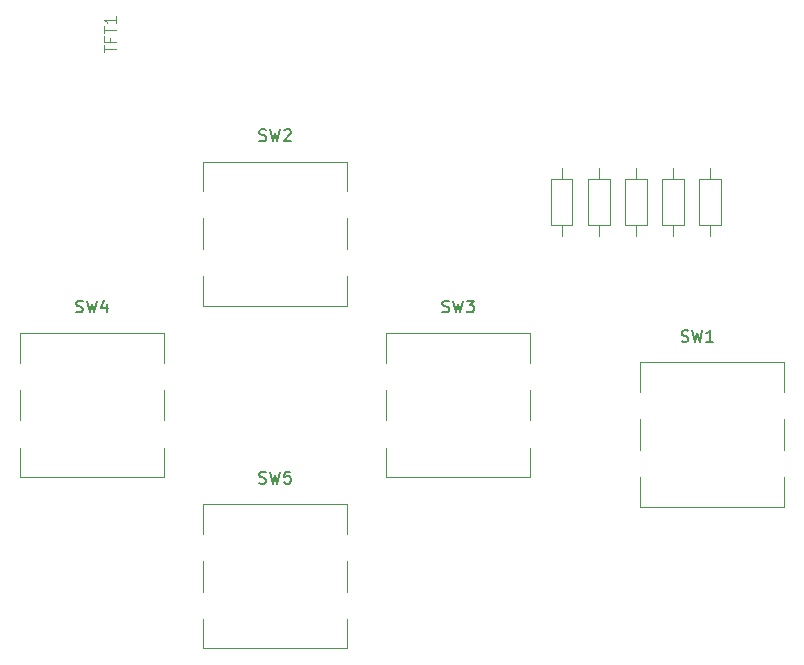
<source format=gbr>
%TF.GenerationSoftware,KiCad,Pcbnew,8.0.1*%
%TF.CreationDate,2024-04-26T19:13:54+02:00*%
%TF.ProjectId,teamagotchi,7465616d-6167-46f7-9463-68692e6b6963,rev?*%
%TF.SameCoordinates,Original*%
%TF.FileFunction,Legend,Top*%
%TF.FilePolarity,Positive*%
%FSLAX46Y46*%
G04 Gerber Fmt 4.6, Leading zero omitted, Abs format (unit mm)*
G04 Created by KiCad (PCBNEW 8.0.1) date 2024-04-26 19:13:54*
%MOMM*%
%LPD*%
G01*
G04 APERTURE LIST*
%ADD10C,0.150000*%
%ADD11C,0.100000*%
%ADD12C,0.120000*%
G04 APERTURE END LIST*
D10*
X135276667Y-135913200D02*
X135419524Y-135960819D01*
X135419524Y-135960819D02*
X135657619Y-135960819D01*
X135657619Y-135960819D02*
X135752857Y-135913200D01*
X135752857Y-135913200D02*
X135800476Y-135865580D01*
X135800476Y-135865580D02*
X135848095Y-135770342D01*
X135848095Y-135770342D02*
X135848095Y-135675104D01*
X135848095Y-135675104D02*
X135800476Y-135579866D01*
X135800476Y-135579866D02*
X135752857Y-135532247D01*
X135752857Y-135532247D02*
X135657619Y-135484628D01*
X135657619Y-135484628D02*
X135467143Y-135437009D01*
X135467143Y-135437009D02*
X135371905Y-135389390D01*
X135371905Y-135389390D02*
X135324286Y-135341771D01*
X135324286Y-135341771D02*
X135276667Y-135246533D01*
X135276667Y-135246533D02*
X135276667Y-135151295D01*
X135276667Y-135151295D02*
X135324286Y-135056057D01*
X135324286Y-135056057D02*
X135371905Y-135008438D01*
X135371905Y-135008438D02*
X135467143Y-134960819D01*
X135467143Y-134960819D02*
X135705238Y-134960819D01*
X135705238Y-134960819D02*
X135848095Y-135008438D01*
X136181429Y-134960819D02*
X136419524Y-135960819D01*
X136419524Y-135960819D02*
X136610000Y-135246533D01*
X136610000Y-135246533D02*
X136800476Y-135960819D01*
X136800476Y-135960819D02*
X137038572Y-134960819D01*
X137895714Y-134960819D02*
X137419524Y-134960819D01*
X137419524Y-134960819D02*
X137371905Y-135437009D01*
X137371905Y-135437009D02*
X137419524Y-135389390D01*
X137419524Y-135389390D02*
X137514762Y-135341771D01*
X137514762Y-135341771D02*
X137752857Y-135341771D01*
X137752857Y-135341771D02*
X137848095Y-135389390D01*
X137848095Y-135389390D02*
X137895714Y-135437009D01*
X137895714Y-135437009D02*
X137943333Y-135532247D01*
X137943333Y-135532247D02*
X137943333Y-135770342D01*
X137943333Y-135770342D02*
X137895714Y-135865580D01*
X137895714Y-135865580D02*
X137848095Y-135913200D01*
X137848095Y-135913200D02*
X137752857Y-135960819D01*
X137752857Y-135960819D02*
X137514762Y-135960819D01*
X137514762Y-135960819D02*
X137419524Y-135913200D01*
X137419524Y-135913200D02*
X137371905Y-135865580D01*
X150776667Y-121413200D02*
X150919524Y-121460819D01*
X150919524Y-121460819D02*
X151157619Y-121460819D01*
X151157619Y-121460819D02*
X151252857Y-121413200D01*
X151252857Y-121413200D02*
X151300476Y-121365580D01*
X151300476Y-121365580D02*
X151348095Y-121270342D01*
X151348095Y-121270342D02*
X151348095Y-121175104D01*
X151348095Y-121175104D02*
X151300476Y-121079866D01*
X151300476Y-121079866D02*
X151252857Y-121032247D01*
X151252857Y-121032247D02*
X151157619Y-120984628D01*
X151157619Y-120984628D02*
X150967143Y-120937009D01*
X150967143Y-120937009D02*
X150871905Y-120889390D01*
X150871905Y-120889390D02*
X150824286Y-120841771D01*
X150824286Y-120841771D02*
X150776667Y-120746533D01*
X150776667Y-120746533D02*
X150776667Y-120651295D01*
X150776667Y-120651295D02*
X150824286Y-120556057D01*
X150824286Y-120556057D02*
X150871905Y-120508438D01*
X150871905Y-120508438D02*
X150967143Y-120460819D01*
X150967143Y-120460819D02*
X151205238Y-120460819D01*
X151205238Y-120460819D02*
X151348095Y-120508438D01*
X151681429Y-120460819D02*
X151919524Y-121460819D01*
X151919524Y-121460819D02*
X152110000Y-120746533D01*
X152110000Y-120746533D02*
X152300476Y-121460819D01*
X152300476Y-121460819D02*
X152538572Y-120460819D01*
X152824286Y-120460819D02*
X153443333Y-120460819D01*
X153443333Y-120460819D02*
X153110000Y-120841771D01*
X153110000Y-120841771D02*
X153252857Y-120841771D01*
X153252857Y-120841771D02*
X153348095Y-120889390D01*
X153348095Y-120889390D02*
X153395714Y-120937009D01*
X153395714Y-120937009D02*
X153443333Y-121032247D01*
X153443333Y-121032247D02*
X153443333Y-121270342D01*
X153443333Y-121270342D02*
X153395714Y-121365580D01*
X153395714Y-121365580D02*
X153348095Y-121413200D01*
X153348095Y-121413200D02*
X153252857Y-121460819D01*
X153252857Y-121460819D02*
X152967143Y-121460819D01*
X152967143Y-121460819D02*
X152871905Y-121413200D01*
X152871905Y-121413200D02*
X152824286Y-121365580D01*
X135276667Y-106913200D02*
X135419524Y-106960819D01*
X135419524Y-106960819D02*
X135657619Y-106960819D01*
X135657619Y-106960819D02*
X135752857Y-106913200D01*
X135752857Y-106913200D02*
X135800476Y-106865580D01*
X135800476Y-106865580D02*
X135848095Y-106770342D01*
X135848095Y-106770342D02*
X135848095Y-106675104D01*
X135848095Y-106675104D02*
X135800476Y-106579866D01*
X135800476Y-106579866D02*
X135752857Y-106532247D01*
X135752857Y-106532247D02*
X135657619Y-106484628D01*
X135657619Y-106484628D02*
X135467143Y-106437009D01*
X135467143Y-106437009D02*
X135371905Y-106389390D01*
X135371905Y-106389390D02*
X135324286Y-106341771D01*
X135324286Y-106341771D02*
X135276667Y-106246533D01*
X135276667Y-106246533D02*
X135276667Y-106151295D01*
X135276667Y-106151295D02*
X135324286Y-106056057D01*
X135324286Y-106056057D02*
X135371905Y-106008438D01*
X135371905Y-106008438D02*
X135467143Y-105960819D01*
X135467143Y-105960819D02*
X135705238Y-105960819D01*
X135705238Y-105960819D02*
X135848095Y-106008438D01*
X136181429Y-105960819D02*
X136419524Y-106960819D01*
X136419524Y-106960819D02*
X136610000Y-106246533D01*
X136610000Y-106246533D02*
X136800476Y-106960819D01*
X136800476Y-106960819D02*
X137038572Y-105960819D01*
X137371905Y-106056057D02*
X137419524Y-106008438D01*
X137419524Y-106008438D02*
X137514762Y-105960819D01*
X137514762Y-105960819D02*
X137752857Y-105960819D01*
X137752857Y-105960819D02*
X137848095Y-106008438D01*
X137848095Y-106008438D02*
X137895714Y-106056057D01*
X137895714Y-106056057D02*
X137943333Y-106151295D01*
X137943333Y-106151295D02*
X137943333Y-106246533D01*
X137943333Y-106246533D02*
X137895714Y-106389390D01*
X137895714Y-106389390D02*
X137324286Y-106960819D01*
X137324286Y-106960819D02*
X137943333Y-106960819D01*
X171026667Y-123913200D02*
X171169524Y-123960819D01*
X171169524Y-123960819D02*
X171407619Y-123960819D01*
X171407619Y-123960819D02*
X171502857Y-123913200D01*
X171502857Y-123913200D02*
X171550476Y-123865580D01*
X171550476Y-123865580D02*
X171598095Y-123770342D01*
X171598095Y-123770342D02*
X171598095Y-123675104D01*
X171598095Y-123675104D02*
X171550476Y-123579866D01*
X171550476Y-123579866D02*
X171502857Y-123532247D01*
X171502857Y-123532247D02*
X171407619Y-123484628D01*
X171407619Y-123484628D02*
X171217143Y-123437009D01*
X171217143Y-123437009D02*
X171121905Y-123389390D01*
X171121905Y-123389390D02*
X171074286Y-123341771D01*
X171074286Y-123341771D02*
X171026667Y-123246533D01*
X171026667Y-123246533D02*
X171026667Y-123151295D01*
X171026667Y-123151295D02*
X171074286Y-123056057D01*
X171074286Y-123056057D02*
X171121905Y-123008438D01*
X171121905Y-123008438D02*
X171217143Y-122960819D01*
X171217143Y-122960819D02*
X171455238Y-122960819D01*
X171455238Y-122960819D02*
X171598095Y-123008438D01*
X171931429Y-122960819D02*
X172169524Y-123960819D01*
X172169524Y-123960819D02*
X172360000Y-123246533D01*
X172360000Y-123246533D02*
X172550476Y-123960819D01*
X172550476Y-123960819D02*
X172788572Y-122960819D01*
X173693333Y-123960819D02*
X173121905Y-123960819D01*
X173407619Y-123960819D02*
X173407619Y-122960819D01*
X173407619Y-122960819D02*
X173312381Y-123103676D01*
X173312381Y-123103676D02*
X173217143Y-123198914D01*
X173217143Y-123198914D02*
X173121905Y-123246533D01*
X119776667Y-121413200D02*
X119919524Y-121460819D01*
X119919524Y-121460819D02*
X120157619Y-121460819D01*
X120157619Y-121460819D02*
X120252857Y-121413200D01*
X120252857Y-121413200D02*
X120300476Y-121365580D01*
X120300476Y-121365580D02*
X120348095Y-121270342D01*
X120348095Y-121270342D02*
X120348095Y-121175104D01*
X120348095Y-121175104D02*
X120300476Y-121079866D01*
X120300476Y-121079866D02*
X120252857Y-121032247D01*
X120252857Y-121032247D02*
X120157619Y-120984628D01*
X120157619Y-120984628D02*
X119967143Y-120937009D01*
X119967143Y-120937009D02*
X119871905Y-120889390D01*
X119871905Y-120889390D02*
X119824286Y-120841771D01*
X119824286Y-120841771D02*
X119776667Y-120746533D01*
X119776667Y-120746533D02*
X119776667Y-120651295D01*
X119776667Y-120651295D02*
X119824286Y-120556057D01*
X119824286Y-120556057D02*
X119871905Y-120508438D01*
X119871905Y-120508438D02*
X119967143Y-120460819D01*
X119967143Y-120460819D02*
X120205238Y-120460819D01*
X120205238Y-120460819D02*
X120348095Y-120508438D01*
X120681429Y-120460819D02*
X120919524Y-121460819D01*
X120919524Y-121460819D02*
X121110000Y-120746533D01*
X121110000Y-120746533D02*
X121300476Y-121460819D01*
X121300476Y-121460819D02*
X121538572Y-120460819D01*
X122348095Y-120794152D02*
X122348095Y-121460819D01*
X122110000Y-120413200D02*
X121871905Y-121127485D01*
X121871905Y-121127485D02*
X122490952Y-121127485D01*
D11*
X122117419Y-99437428D02*
X122117419Y-98866000D01*
X123117419Y-99151714D02*
X122117419Y-99151714D01*
X122593609Y-98199333D02*
X122593609Y-98532666D01*
X123117419Y-98532666D02*
X122117419Y-98532666D01*
X122117419Y-98532666D02*
X122117419Y-98056476D01*
X122117419Y-97818380D02*
X122117419Y-97246952D01*
X123117419Y-97532666D02*
X122117419Y-97532666D01*
X123117419Y-96389809D02*
X123117419Y-96961237D01*
X123117419Y-96675523D02*
X122117419Y-96675523D01*
X122117419Y-96675523D02*
X122260276Y-96770761D01*
X122260276Y-96770761D02*
X122355514Y-96865999D01*
X122355514Y-96865999D02*
X122403133Y-96961237D01*
D12*
%TO.C,R4*%
X163090000Y-110206000D02*
X163090000Y-114046000D01*
X163090000Y-114046000D02*
X164930000Y-114046000D01*
X164010000Y-109256000D02*
X164010000Y-110206000D01*
X164010000Y-114996000D02*
X164010000Y-114046000D01*
X164930000Y-110206000D02*
X163090000Y-110206000D01*
X164930000Y-114046000D02*
X164930000Y-110206000D01*
%TO.C,R3*%
X166240000Y-110206000D02*
X166240000Y-114046000D01*
X166240000Y-114046000D02*
X168080000Y-114046000D01*
X167160000Y-109256000D02*
X167160000Y-110206000D01*
X167160000Y-114996000D02*
X167160000Y-114046000D01*
X168080000Y-110206000D02*
X166240000Y-110206000D01*
X168080000Y-114046000D02*
X168080000Y-110206000D01*
%TO.C,SW5*%
X130500000Y-137696000D02*
X130500000Y-140206000D01*
X130500000Y-137696000D02*
X142720000Y-137696000D01*
X130500000Y-142506000D02*
X130500000Y-145106000D01*
X130500000Y-147406000D02*
X130500000Y-149916000D01*
X142720000Y-137696000D02*
X142720000Y-140206000D01*
X142720000Y-142506000D02*
X142720000Y-145106000D01*
X142720000Y-147406000D02*
X142720000Y-149916000D01*
X142720000Y-149916000D02*
X130500000Y-149916000D01*
%TO.C,SW3*%
X146000000Y-123196000D02*
X146000000Y-125706000D01*
X146000000Y-123196000D02*
X158220000Y-123196000D01*
X146000000Y-128006000D02*
X146000000Y-130606000D01*
X146000000Y-132906000D02*
X146000000Y-135416000D01*
X158220000Y-123196000D02*
X158220000Y-125706000D01*
X158220000Y-128006000D02*
X158220000Y-130606000D01*
X158220000Y-132906000D02*
X158220000Y-135416000D01*
X158220000Y-135416000D02*
X146000000Y-135416000D01*
%TO.C,SW2*%
X130500000Y-108696000D02*
X130500000Y-111206000D01*
X130500000Y-108696000D02*
X142720000Y-108696000D01*
X130500000Y-113506000D02*
X130500000Y-116106000D01*
X130500000Y-118406000D02*
X130500000Y-120916000D01*
X142720000Y-108696000D02*
X142720000Y-111206000D01*
X142720000Y-113506000D02*
X142720000Y-116106000D01*
X142720000Y-118406000D02*
X142720000Y-120916000D01*
X142720000Y-120916000D02*
X130500000Y-120916000D01*
%TO.C,SW1*%
X167500000Y-125696000D02*
X167500000Y-128206000D01*
X167500000Y-125696000D02*
X179720000Y-125696000D01*
X167500000Y-130506000D02*
X167500000Y-133106000D01*
X167500000Y-135406000D02*
X167500000Y-137916000D01*
X179720000Y-125696000D02*
X179720000Y-128206000D01*
X179720000Y-130506000D02*
X179720000Y-133106000D01*
X179720000Y-135406000D02*
X179720000Y-137916000D01*
X179720000Y-137916000D02*
X167500000Y-137916000D01*
%TO.C,SW4*%
X115000000Y-123196000D02*
X115000000Y-125706000D01*
X115000000Y-123196000D02*
X127220000Y-123196000D01*
X115000000Y-128006000D02*
X115000000Y-130606000D01*
X115000000Y-132906000D02*
X115000000Y-135416000D01*
X127220000Y-123196000D02*
X127220000Y-125706000D01*
X127220000Y-128006000D02*
X127220000Y-130606000D01*
X127220000Y-132906000D02*
X127220000Y-135416000D01*
X127220000Y-135416000D02*
X115000000Y-135416000D01*
%TO.C,R2*%
X169390000Y-110206000D02*
X169390000Y-114046000D01*
X169390000Y-114046000D02*
X171230000Y-114046000D01*
X170310000Y-109256000D02*
X170310000Y-110206000D01*
X170310000Y-114996000D02*
X170310000Y-114046000D01*
X171230000Y-110206000D02*
X169390000Y-110206000D01*
X171230000Y-114046000D02*
X171230000Y-110206000D01*
%TO.C,R1*%
X172540000Y-110206000D02*
X172540000Y-114046000D01*
X172540000Y-114046000D02*
X174380000Y-114046000D01*
X173460000Y-109256000D02*
X173460000Y-110206000D01*
X173460000Y-114996000D02*
X173460000Y-114046000D01*
X174380000Y-110206000D02*
X172540000Y-110206000D01*
X174380000Y-114046000D02*
X174380000Y-110206000D01*
%TO.C,R5*%
X159940000Y-110206000D02*
X159940000Y-114046000D01*
X159940000Y-114046000D02*
X161780000Y-114046000D01*
X160860000Y-109256000D02*
X160860000Y-110206000D01*
X160860000Y-114996000D02*
X160860000Y-114046000D01*
X161780000Y-110206000D02*
X159940000Y-110206000D01*
X161780000Y-114046000D02*
X161780000Y-110206000D01*
%TD*%
M02*

</source>
